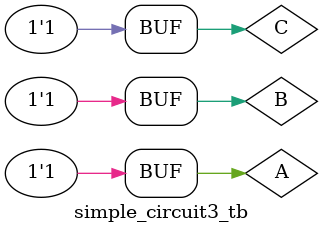
<source format=v>
module simple_circuit3_tb;
    reg A, B, C;
    wire Z;
    simple_circuit3 M1 (A, B, C, Z);
    initial begin
        A = 1'b0;
        B = 1'b0;
        C = 1'b0;

        #20 A = 1'b0;
        B = 1'b0;
        C = 1'b1;

        #20 A = 1'b0;
        B = 1'b1;
        C = 1'b0;

        #20 A = 1'b0;
        B = 1'b1;
        C = 1'b1;

        #20 A = 1'b1;
        B = 1'b0;
        C = 1'b0;

        #20 A = 1'b1;
        B = 1'b0;
        C = 1'b1;

        #20 A = 1'b1;
        B = 1'b1;
        C = 1'b0;

        #20 A = 1'b1;
        B = 1'b1;
        C = 1'b1;
    end
    initial begin
        $monitor($time, "A = %b, B = %b, C = %b, Z = %b", A, B, C, Z);
    end
    initial begin
        $dumpfile("s3.vcd");
        $dumpvars(0, simple_circuit3_tb);
    end
endmodule
</source>
